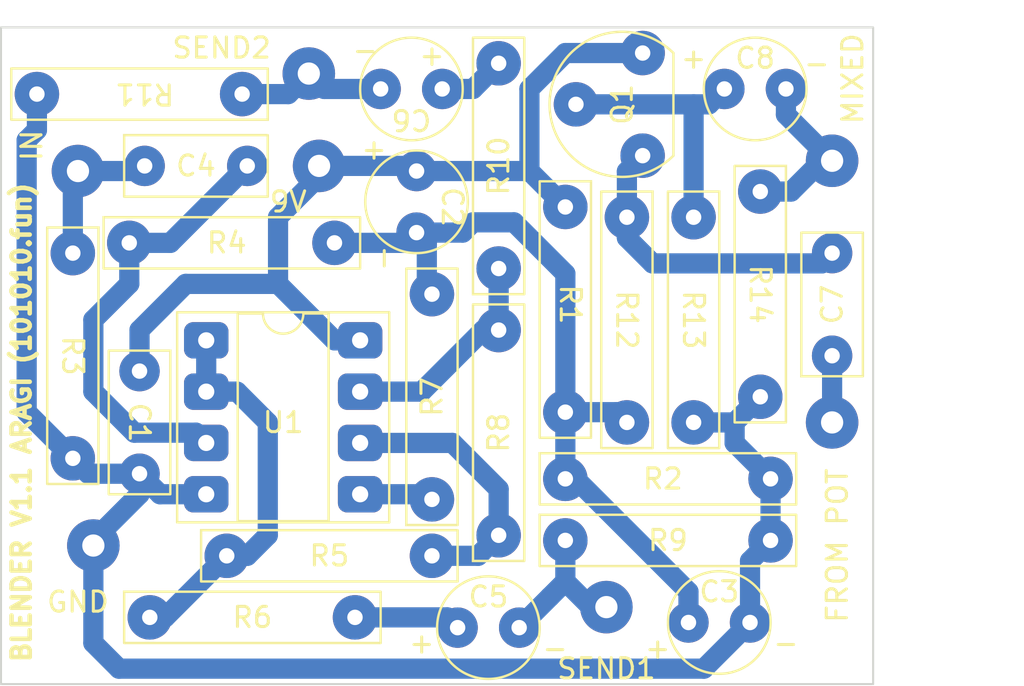
<source format=kicad_pcb>
(kicad_pcb (version 20211014) (generator pcbnew)
  (layers (0 "F.Cu" signal) (31 "B.Cu" signal) (34 "B.Paste" user) (35 "F.Paste" user) (36 "B.SilkS" user "B.Silkscreen") (37 "F.SilkS" user "F.Silkscreen") (38 "B.Mask" user) (39 "F.Mask" user) (44 "Edge.Cuts" user))
  (net 0 "")
  (net 1 "+9V")
  (net 2 "GND")
  (net 3 "Net-(C2-Pad2)")
  (net 4 "Net-(C4-Pad1)")
  (net 5 "Net-(C4-Pad2)")
  (net 6 "Net-(C5-Pad1)")
  (net 7 "Net-(C5-Pad2)")
  (net 8 "Net-(C6-Pad1)")
  (net 9 "Net-(J4-Pad1)")
  (net 10 "Net-(RV1-Pad2)")
  (net 11 "Net-(Q1-Pad1)")
  (net 12 "Net-(Q1-Pad2)")
  (net 13 "Net-(J6-Pad1)")
  (net 14 "Net-(R5-Pad1)")
  (net 15 "Net-(R8-Pad1)")
  (net 16 "Net-(R7-Pad1)")
  (net 17 "Net-(R8-Pad2)")
  (footprint "My_Parts:C_Poly_5mm" (layer "F.Cu") (at 196.85 81.28 90)
    (fp_text reference "C7" (at 0 0 90 unlocked) (layer "F.SilkS"))
    (fp_text value "0.1u")
    (fp_rect (start -3.556 -1.524) (end 3.556 1.524) (layer "F.SilkS") (width 0.12) (fill none))
    (pad "1" thru_hole circle (at -2.54 0 90) (size 2 2) (drill 0.762) (layers *.Cu *.Mask) (net 10 "Net-(RV1-Pad2)"))
    (pad "2" thru_hole circle (at 2.54 0 90) (size 2 2) (drill 0.762) (layers *.Cu *.Mask) (net 11 "Net-(Q1-Pad1)"))
  )
  (footprint "My_Parts:R_Normal" (layer "F.Cu") (at 167.132 78.232)
    (fp_text reference "R4" (at -0.254 0 unlocked) (layer "F.SilkS"))
    (fp_text value "2M2")
    (fp_rect (start -6.35 -1.27) (end 6.35 1.27) (layer "F.SilkS") (width 0.12) (fill none))
    (pad "1" thru_hole circle (at -5.08 0) (size 2.2 2.2) (drill 0.762) (layers *.Cu *.Mask) (net 5 "Net-(C4-Pad2)"))
    (pad "2" thru_hole circle (at 5.08 0) (size 2.2 2.2) (drill 0.762) (layers *.Cu *.Mask) (net 3 "Net-(C2-Pad2)"))
  )
  (footprint "My_Parts:CP_5mm" (layer "F.Cu") (at 193.04 70.612)
    (fp_text reference "C8" (at 0 -1.524 unlocked) (layer "F.SilkS"))
    (fp_text value "10u")
    (fp_text user "-" (at 3.048 -1.27 unlocked) (layer "F.SilkS"))
    (fp_text user "+" (at -3.048 -1.524 unlocked) (layer "F.SilkS"))
    (fp_circle (center 0 0) (end 2.54 0) (layer "F.SilkS") (width 0.12) (fill none))
    (pad "1" thru_hole circle (at -1.524 0) (size 2 2) (drill 0.762) (layers *.Cu *.Mask) (net 12 "Net-(Q1-Pad2)"))
    (pad "2" thru_hole circle (at 1.524 0) (size 2 2) (drill 0.762) (layers *.Cu *.Mask) (net 13 "Net-(J6-Pad1)"))
  )
  (footprint "My_Parts:R_Normal" (layer "F.Cu") (at 193.294 80.772 -90)
    (fp_text reference "R14" (at 0 0 -90 unlocked) (layer "F.SilkS"))
    (fp_text value "100k")
    (fp_rect (start -6.35 -1.27) (end 6.35 1.27) (layer "F.SilkS") (width 0.12) (fill none))
    (pad "1" thru_hole circle (at -5.08 0 270) (size 2.2 2.2) (drill 0.762) (layers *.Cu *.Mask) (net 13 "Net-(J6-Pad1)"))
    (pad "2" thru_hole circle (at 5.08 0 270) (size 2.2 2.2) (drill 0.762) (layers *.Cu *.Mask) (net 2 "GND"))
  )
  (footprint "My_Parts:R_Normal" (layer "F.Cu") (at 168.148 96.774)
    (fp_text reference "R6" (at 0 0 unlocked) (layer "F.SilkS"))
    (fp_text value "680")
    (fp_rect (start -6.35 -1.27) (end 6.35 1.27) (layer "F.SilkS") (width 0.12) (fill none))
    (pad "1" thru_hole circle (at -5.08 0) (size 2.2 2.2) (drill 0.762) (layers *.Cu *.Mask) (net 14 "Net-(R5-Pad1)"))
    (pad "2" thru_hole circle (at 5.08 0) (size 2.2 2.2) (drill 0.762) (layers *.Cu *.Mask) (net 6 "Net-(C5-Pad1)"))
  )
  (footprint "My_Parts:R_Normal" (layer "F.Cu") (at 189.992 82.042 -90)
    (fp_text reference "R13" (at 0 0 -90 unlocked) (layer "F.SilkS"))
    (fp_text value "3k3")
    (fp_rect (start -6.35 -1.27) (end 6.35 1.27) (layer "F.SilkS") (width 0.12) (fill none))
    (pad "1" thru_hole circle (at -5.08 0 270) (size 2.2 2.2) (drill 0.762) (layers *.Cu *.Mask) (net 12 "Net-(Q1-Pad2)"))
    (pad "2" thru_hole circle (at 5.08 0 270) (size 2.2 2.2) (drill 0.762) (layers *.Cu *.Mask) (net 2 "GND"))
  )
  (footprint "My_Parts:Header_Pin_1p" (layer "F.Cu") (at 159.512 74.676)
    (fp_text reference "J3" hide)
    (fp_text value "IN")
    (pad "1" thru_hole circle (at 0 0) (size 2.6 2.6) (drill 1.1) (layers *.Cu *.Mask) (net 4 "Net-(C4-Pad1)"))
  )
  (footprint "My_Parts:R_Normal" (layer "F.Cu") (at 188.722 89.916)
    (fp_text reference "R2" (at -0.254 0 unlocked) (layer "F.SilkS"))
    (fp_text value "10k")
    (fp_rect (start -6.35 -1.27) (end 6.35 1.27) (layer "F.SilkS") (width 0.12) (fill none))
    (pad "1" thru_hole circle (at -5.08 0) (size 2.2 2.2) (drill 0.762) (layers *.Cu *.Mask) (net 3 "Net-(C2-Pad2)"))
    (pad "2" thru_hole circle (at 5.08 0) (size 2.2 2.2) (drill 0.762) (layers *.Cu *.Mask) (net 2 "GND"))
  )
  (footprint "My_Parts:CP_5mm" (layer "F.Cu") (at 176.022 70.612 180)
    (fp_text reference "C6" (at 0 -1.524 180 unlocked) (layer "F.SilkS"))
    (fp_text value "10u")
    (fp_text user "-" (at 2.286 1.778 180 unlocked) (layer "F.SilkS"))
    (fp_text user "+" (at -1.016 1.524 180 unlocked) (layer "F.SilkS"))
    (fp_circle (center 0 0) (end 2.54 0) (layer "F.SilkS") (width 0.12) (fill none))
    (pad "1" thru_hole circle (at -1.524 0 180) (size 2 2) (drill 0.762) (layers *.Cu *.Mask) (net 8 "Net-(C6-Pad1)"))
    (pad "2" thru_hole circle (at 1.524 0 180) (size 2 2) (drill 0.762) (layers *.Cu *.Mask) (net 9 "Net-(J4-Pad1)"))
  )
  (footprint "My_Parts:R_Normal" (layer "F.Cu") (at 171.958 93.726)
    (fp_text reference "R5" (at 0 0 unlocked) (layer "F.SilkS"))
    (fp_text value "100k")
    (fp_rect (start -6.35 -1.27) (end 6.35 1.27) (layer "F.SilkS") (width 0.12) (fill none))
    (pad "1" thru_hole circle (at -5.08 0) (size 2.2 2.2) (drill 0.762) (layers *.Cu *.Mask) (net 14 "Net-(R5-Pad1)"))
    (pad "2" thru_hole circle (at 5.08 0) (size 2.2 2.2) (drill 0.762) (layers *.Cu *.Mask) (net 15 "Net-(R8-Pad1)"))
  )
  (footprint "My_Parts:R_Normal" (layer "F.Cu") (at 159.258 83.82 -90)
    (fp_text reference "R3" (at 0 0 -90 unlocked) (layer "F.SilkS"))
    (fp_text value "2M2")
    (fp_rect (start -6.35 -1.27) (end 6.35 1.27) (layer "F.SilkS") (width 0.12) (fill none))
    (pad "1" thru_hole circle (at -5.08 0 270) (size 2.2 2.2) (drill 0.762) (layers *.Cu *.Mask) (net 4 "Net-(C4-Pad1)"))
    (pad "2" thru_hole circle (at 5.08 0 270) (size 2.2 2.2) (drill 0.762) (layers *.Cu *.Mask) (net 2 "GND"))
  )
  (footprint "My_Parts:Header_Pin_1p" (layer "F.Cu") (at 185.674 96.266)
    (fp_text reference "J5" hide)
    (fp_text value "SEND NON-INVERTING")
    (pad "1" thru_hole circle (at 0 0) (size 2.6 2.6) (drill 1.1) (layers *.Cu *.Mask) (net 7 "Net-(C5-Pad2)"))
  )
  (footprint "My_Parts:R_Normal" (layer "F.Cu") (at 188.722 92.964)
    (fp_text reference "R9" (at 0 0 unlocked) (layer "F.SilkS"))
    (fp_text value "100k")
    (fp_rect (start -6.35 -1.27) (end 6.35 1.27) (layer "F.SilkS") (width 0.12) (fill none))
    (pad "1" thru_hole circle (at -5.08 0) (size 2.2 2.2) (drill 0.762) (layers *.Cu *.Mask) (net 7 "Net-(C5-Pad2)"))
    (pad "2" thru_hole circle (at 5.08 0) (size 2.2 2.2) (drill 0.762) (layers *.Cu *.Mask) (net 2 "GND"))
  )
  (footprint "My_Parts:CP_5mm" (layer "F.Cu") (at 179.832 97.282)
    (fp_text reference "C5" (at 0 -1.524 unlocked) (layer "F.SilkS"))
    (fp_text value "10u")
    (fp_text user "-" (at 3.302 1.016 unlocked) (layer "F.SilkS"))
    (fp_text user "+" (at -3.302 0.762 unlocked) (layer "F.SilkS"))
    (fp_circle (center 0 0) (end 2.54 0) (layer "F.SilkS") (width 0.12) (fill none))
    (pad "1" thru_hole circle (at -1.524 0) (size 2 2) (drill 0.762) (layers *.Cu *.Mask) (net 6 "Net-(C5-Pad1)"))
    (pad "2" thru_hole circle (at 1.524 0) (size 2 2) (drill 0.762) (layers *.Cu *.Mask) (net 7 "Net-(C5-Pad2)"))
  )
  (footprint "My_Parts:R_Normal" (layer "F.Cu") (at 177.038 85.852 90)
    (fp_text reference "R7" (at 0 0 90 unlocked) (layer "F.SilkS"))
    (fp_text value "47k")
    (fp_rect (start -6.35 -1.27) (end 6.35 1.27) (layer "F.SilkS") (width 0.12) (fill none))
    (pad "1" thru_hole circle (at -5.08 0 90) (size 2.2 2.2) (drill 0.762) (layers *.Cu *.Mask) (net 16 "Net-(R7-Pad1)"))
    (pad "2" thru_hole circle (at 5.08 0 90) (size 2.2 2.2) (drill 0.762) (layers *.Cu *.Mask) (net 3 "Net-(C2-Pad2)"))
  )
  (footprint "My_Parts:R_Normal" (layer "F.Cu") (at 162.56 70.866 180)
    (fp_text reference "R11" (at -0.254 0 180 unlocked) (layer "F.SilkS"))
    (fp_text value "100k")
    (fp_rect (start -6.35 -1.27) (end 6.35 1.27) (layer "F.SilkS") (width 0.12) (fill none))
    (pad "1" thru_hole circle (at -5.08 0 180) (size 2.2 2.2) (drill 0.762) (layers *.Cu *.Mask) (net 9 "Net-(J4-Pad1)"))
    (pad "2" thru_hole circle (at 5.08 0 180) (size 2.2 2.2) (drill 0.762) (layers *.Cu *.Mask) (net 2 "GND"))
  )
  (footprint "My_Parts:R_Normal" (layer "F.Cu") (at 180.34 74.422 90)
    (fp_text reference "R10" (at 0 0 90 unlocked) (layer "F.SilkS"))
    (fp_text value "680")
    (fp_rect (start -6.35 -1.27) (end 6.35 1.27) (layer "F.SilkS") (width 0.12) (fill none))
    (pad "1" thru_hole circle (at -5.08 0 90) (size 2.2 2.2) (drill 0.762) (layers *.Cu *.Mask) (net 17 "Net-(R8-Pad2)"))
    (pad "2" thru_hole circle (at 5.08 0 90) (size 2.2 2.2) (drill 0.762) (layers *.Cu *.Mask) (net 8 "Net-(C6-Pad1)"))
  )
  (footprint "My_Parts:Header_Pin_1p" (layer "F.Cu") (at 170.942 69.85)
    (fp_text reference "J4" hide)
    (fp_text value "SEND INVERSION")
    (pad "1" thru_hole circle (at 0 0) (size 2.6 2.6) (drill 1.1) (layers *.Cu *.Mask) (net 9 "Net-(J4-Pad1)"))
  )
  (footprint "My_Parts:Header_Pin_1p" (layer "F.Cu") (at 196.85 74.168)
    (fp_text reference "J6" hide)
    (fp_text value "MIXED OUT")
    (pad "1" thru_hole circle (at 0 0) (size 2.6 2.6) (drill 1.1) (layers *.Cu *.Mask) (net 13 "Net-(J6-Pad1)"))
  )
  (footprint "My_Parts:R_Normal" (layer "F.Cu") (at 183.642 81.534 -90)
    (fp_text reference "R1" (at -0.254 -0.254 -90 unlocked) (layer "F.SilkS"))
    (fp_text value "10k")
    (fp_rect (start -6.35 -1.27) (end 6.35 1.27) (layer "F.SilkS") (width 0.12) (fill none))
    (pad "1" thru_hole circle (at -5.08 0 270) (size 2.2 2.2) (drill 0.762) (layers *.Cu *.Mask) (net 1 "+9V"))
    (pad "2" thru_hole circle (at 5.08 0 270) (size 2.2 2.2) (drill 0.762) (layers *.Cu *.Mask) (net 3 "Net-(C2-Pad2)"))
  )
  (footprint "My_Parts:Header_Pin_1p" (layer "F.Cu") (at 196.85 87.122)
    (fp_text reference "J7" hide)
    (fp_text value "FROM POT")
    (pad "1" thru_hole circle (at 0 0) (size 2.6 2.6) (drill 1.1) (layers *.Cu *.Mask) (net 10 "Net-(RV1-Pad2)"))
  )
  (footprint "My_Parts:Header_Pin_1p" (layer "F.Cu") (at 160.274 93.218)
    (fp_text reference "J2" hide)
    (fp_text value "GND")
    (pad "1" thru_hole circle (at 0 0) (size 2.6 2.6) (drill 1.1) (layers *.Cu *.Mask) (net 2 "GND"))
  )
  (footprint "My_Parts:Header_Pin_1p" (layer "F.Cu") (at 171.45 74.422)
    (fp_text reference "J1" hide)
    (fp_text value "9V")
    (pad "1" thru_hole circle (at 0 0) (size 2.6 2.6) (drill 1.1) (layers *.Cu *.Mask) (net 1 "+9V"))
  )
  (footprint "My_Parts:FET_GSD" (layer "F.Cu") (at 186.4535 73.914 90)
    (fp_text reference "Q1" (at 2.54 0 90 unlocked) (layer "F.SilkS"))
    (fp_text value "2SK303")
    (fp_line (start 0 2.54) (end 5.08 2.54) (layer "F.SilkS") (width 0.12))
    (fp_arc (start 0 2.54) (mid 2.54 -3.592102) (end 5.08 2.54) (layer "F.SilkS") (width 0.12))
    (pad "1" thru_hole circle (at 0 1.016 90) (size 2.2 2.2) (drill 0.762) (layers *.Cu *.Mask) (net 11 "Net-(Q1-Pad1)"))
    (pad "2" thru_hole circle (at 2.54 -2.286 90) (size 2.2 2.2) (drill 0.762) (layers *.Cu *.Mask) (net 12 "Net-(Q1-Pad2)"))
    (pad "3" thru_hole circle (at 5.08 1.016 90) (size 2.2 2.2) (drill 0.762) (layers *.Cu *.Mask) (net 1 "+9V"))
  )
  (footprint "My_Parts:CP_5mm" (layer "F.Cu") (at 176.276 76.2 -90)
    (fp_text reference "C2" (at 0.254 -1.778 -90 unlocked) (layer "F.SilkS"))
    (fp_text value "10u")
    (fp_text user "-" (at 2.794 1.524 -90 unlocked) (layer "F.SilkS"))
    (fp_text user "+" (at -2.54 2.032 -90 unlocked) (layer "F.SilkS"))
    (fp_circle (center 0 0) (end 2.54 0) (layer "F.SilkS") (width 0.12) (fill none))
    (pad "1" thru_hole circle (at -1.524 0 270) (size 2 2) (drill 0.762) (layers *.Cu *.Mask) (net 1 "+9V"))
    (pad "2" thru_hole circle (at 1.524 0 270) (size 2 2) (drill 0.762) (layers *.Cu *.Mask) (net 3 "Net-(C2-Pad2)"))
  )
  (footprint "My_Parts:C_Poly_5mm" (layer "F.Cu") (at 165.354 74.422)
    (fp_text reference "C4" (at 0 0 unlocked) (layer "F.SilkS"))
    (fp_text value "0.1u")
    (fp_rect (start -3.556 -1.524) (end 3.556 1.524) (layer "F.SilkS") (width 0.12) (fill none))
    (pad "1" thru_hole circle (at -2.54 0) (size 2 2) (drill 0.762) (layers *.Cu *.Mask) (net 4 "Net-(C4-Pad1)"))
    (pad "2" thru_hole circle (at 2.54 0) (size 2 2) (drill 0.762) (layers *.Cu *.Mask) (net 5 "Net-(C4-Pad2)"))
  )
  (footprint "My_Parts:CP_5mm" (layer "F.Cu") (at 191.262 97.028)
    (fp_text reference "C3" (at 0 -1.524 unlocked) (layer "F.SilkS"))
    (fp_text value "10u")
    (fp_text user "-" (at 3.302 1.016 unlocked) (layer "F.SilkS"))
    (fp_text user "+" (at -3.048 1.27 unlocked) (layer "F.SilkS"))
    (fp_circle (center 0 0) (end 2.54 0) (layer "F.SilkS") (width 0.12) (fill none))
    (pad "1" thru_hole circle (at -1.524 0) (size 2 2) (drill 0.762) (layers *.Cu *.Mask) (net 3 "Net-(C2-Pad2)"))
    (pad "2" thru_hole circle (at 1.524 0) (size 2 2) (drill 0.762) (layers *.Cu *.Mask) (net 2 "GND"))
  )
  (footprint "My_Parts:DIP-8" (layer "F.Cu") (at 167.132 83.558)
    (fp_text reference "U1" (at 2.54 3.564) (layer "F.SilkS"))
    (fp_text value "TL072")
    (fp_line (start -2.71 8.51) (end 7.79 8.51) (layer "F.SilkS") (width 0.12))
    (fp_line (start 4.79 -1.83) (end 3.54 -1.83) (layer "F.SilkS") (width 0.12))
    (fp_line (start 7.79 8.51) (end 7.79 -1.89) (layer "F.SilkS") (width 0.12))
    (fp_line (start 4.79 8.45) (end 4.79 -1.83) (layer "F.SilkS") (width 0.12))
    (fp_line (start 0.29 8.45) (end 4.79 8.45) (layer "F.SilkS") (width 0.12))
    (fp_line (start -2.71 -1.89) (end -2.71 8.51) (layer "F.SilkS") (width 0.12))
    (fp_line (start 0.29 -1.83) (end 0.29 8.45) (layer "F.SilkS") (width 0.12))
    (fp_line (start 7.79 -1.89) (end -2.71 -1.89) (layer "F.SilkS") (width 0.12))
    (fp_line (start 1.54 -1.83) (end 0.29 -1.83) (layer "F.SilkS") (width 0.12))
    (fp_arc (start 3.54 -1.83) (mid 2.54 -0.83) (end 1.54 -1.83) (layer "F.SilkS") (width 0.12))
    (pad "1" thru_hole roundrect (at -1.27 -0.5) (size 2.2 1.8) (drill 0.8) (layers *.Cu *.Mask) (net 14 "Net-(R5-Pad1)"))
    (pad "2" thru_hole roundrect (at -1.27 2.04) (size 2.2 1.8) (drill 0.8) (layers *.Cu *.Mask) (net 14 "Net-(R5-Pad1)"))
    (pad "3" thru_hole roundrect (at -1.27 4.58) (size 2.2 1.8) (drill 0.8) (layers *.Cu *.Mask) (net 5 "Net-(C4-Pad2)"))
    (pad "4" thru_hole roundrect (at -1.27 7.12) (size 2.2 1.8) (drill 0.8) (layers *.Cu *.Mask) (net 2 "GND"))
    (pad "5" thru_hole roundrect (at 6.35 7.12) (size 2.2 1.8) (drill 0.8) (layers *.Cu *.Mask) (net 16 "Net-(R7-Pad1)"))
    (pad "6" thru_hole roundrect (at 6.35 4.58) (size 2.2 1.8) (drill 0.8) (layers *.Cu *.Mask) (net 15 "Net-(R8-Pad1)"))
    (pad "7" thru_hole roundrect (at 6.35 2.04) (size 2.2 1.8) (drill 0.8) (layers *.Cu *.Mask) (net 17 "Net-(R8-Pad2)"))
    (pad "8" thru_hole roundrect (at 6.35 -0.5) (size 2.2 1.8) (drill 0.8) (layers *.Cu *.Mask) (net 1 "+9V"))
  )
  (footprint "My_Parts:R_Normal" (layer "F.Cu") (at 186.69 82.042 -90)
    (fp_text reference "R12" (at 0 0 -90 unlocked) (layer "F.SilkS"))
    (fp_text value "1M")
    (fp_rect (start -6.35 -1.27) (end 6.35 1.27) (layer "F.SilkS") (width 0.12) (fill none))
    (pad "1" thru_hole circle (at -5.08 0 270) (size 2.2 2.2) (drill 0.762) (layers *.Cu *.Mask) (net 11 "Net-(Q1-Pad1)"))
    (pad "2" thru_hole circle (at 5.08 0 270) (size 2.2 2.2) (drill 0.762) (layers *.Cu *.Mask) (net 3 "Net-(C2-Pad2)"))
  )
  (footprint "My_Parts:C_Poly_5mm" (layer "F.Cu") (at 162.56 87.122 -90)
    (fp_text reference "C1" (at 0 0 -90 unlocked) (layer "F.SilkS"))
    (fp_text value "0.1u")
    (fp_rect (start -3.556 -1.524) (end 3.556 1.524) (layer "F.SilkS") (width 0.12) (fill none))
    (pad "1" thru_hole circle (at -2.54 0 270) (size 2 2) (drill 0.762) (layers *.Cu *.Mask) (net 1 "+9V"))
    (pad "2" thru_hole circle (at 2.54 0 270) (size 2 2) (drill 0.762) (layers *.Cu *.Mask) (net 2 "GND"))
  )
  (footprint "My_Parts:R_Normal" (layer "F.Cu") (at 180.34 87.63 90)
    (fp_text reference "R8" (at 0 0 90 unlocked) (layer "F.SilkS"))
    (fp_text value "100k")
    (fp_rect (start -6.35 -1.27) (end 6.35 1.27) (layer "F.SilkS") (width 0.12) (fill none))
    (pad "1" thru_hole circle (at -5.08 0 90) (size 2.2 2.2) (drill 0.762) (layers *.Cu *.Mask) (net 15 "Net-(R8-Pad1)"))
    (pad "2" thru_hole circle (at 5.08 0 90) (size 2.2 2.2) (drill 0.762) (layers *.Cu *.Mask) (net 17 "Net-(R8-Pad2)"))
  )
  (gr_rect (start 198.882 100.076) (end 155.702 67.564) (layer "Edge.Cuts") (width 0.1) (fill none))
  (gr_text "FROM POT" (at 197.104 93.218 90) (layer "F.SilkS") (effects (font (size 1 1))))
  (gr_text "MIXED" (at 197.866 70.104 90) (layer "F.SilkS") (effects (font (size 1 1))))
  (gr_text "9V" (at 169.926 76.2) (layer "F.SilkS") (effects (font (size 1 1))))
  (gr_text "SEND2" (at 166.624 68.58) (layer "F.SilkS") (effects (font (size 1 1))))
  (gr_text "GND" (at 159.512 96.012) (layer "F.SilkS") (effects (font (size 1 1))))
  (gr_text "IN" (at 157.226 73.406 90) (layer "F.SilkS") (effects (font (size 1 1))))
  (gr_text "SEND1" (at 185.674 99.314) (layer "F.SilkS") (effects (font (size 1 1))))
  (gr_text "BLENDER V1.1 ARAGI (101010.fun)" (at 156.718 87.122 90) (layer "F.SilkS") (effects (font (size 0.9 0.9) (thickness 0.225))))
  (segment (start 162.56 82.55) (end 164.846 80.264) (width 1) (layer "B.Cu") (net 1))
  (segment (start 176.276 74.676) (end 181.864 74.676) (width 1) (layer "B.Cu") (net 1))
  (segment (start 183.642 68.834) (end 181.864 70.612) (width 1) (layer "B.Cu") (net 1))
  (segment (start 171.45 74.422) (end 176.022 74.422) (width 1) (layer "B.Cu") (net 1))
  (segment (start 181.864 74.676) (end 183.642 76.454) (width 1) (layer "B.Cu") (net 1))
  (segment (start 169.418 76.962) (end 169.418 80.264) (width 1) (layer "B.Cu") (net 1))
  (segment (start 187.4695 68.834) (end 183.642 68.834) (width 1) (layer "B.Cu") (net 1))
  (segment (start 164.846 80.264) (end 169.418 80.264) (width 1) (layer "B.Cu") (net 1))
  (segment (start 171.45 74.93) (end 169.418 76.962) (width 1) (layer "B.Cu") (net 1))
  (segment (start 171.45 74.422) (end 171.45 74.93) (width 1) (layer "B.Cu") (net 1))
  (segment (start 181.864 70.612) (end 181.864 74.676) (width 1) (layer "B.Cu") (net 1))
  (segment (start 176.022 74.422) (end 176.276 74.676) (width 1) (layer "B.Cu") (net 1))
  (segment (start 172.212 83.058) (end 173.482 83.058) (width 1) (layer "B.Cu") (net 1))
  (segment (start 162.56 84.582) (end 162.56 82.55) (width 1) (layer "B.Cu") (net 1))
  (segment (start 169.418 80.264) (end 172.212 83.058) (width 1) (layer "B.Cu") (net 1))
  (segment (start 160.274 92.964) (end 160.274 93.218) (width 1) (layer "B.Cu") (net 2))
  (segment (start 192.786 93.98) (end 193.802 92.964) (width 1) (layer "B.Cu") (net 2))
  (segment (start 156.972 86.614) (end 159.258 88.9) (width 1) (layer "B.Cu") (net 2))
  (segment (start 190.5 99.314) (end 192.786 97.028) (width 1) (layer "B.Cu") (net 2))
  (segment (start 165.608 90.424) (end 165.862 90.678) (width 1.2) (layer "B.Cu") (net 2))
  (segment (start 156.972 73.152) (end 156.972 86.614) (width 1) (layer "B.Cu") (net 2))
  (segment (start 157.48 72.644) (end 156.972 73.152) (width 1) (layer "B.Cu") (net 2))
  (segment (start 192.024 87.122) (end 193.294 85.852) (width 1) (layer "B.Cu") (net 2))
  (segment (start 160.02 89.662) (end 162.56 89.662) (width 1) (layer "B.Cu") (net 2))
  (segment (start 162.56 89.662) (end 163.576 90.678) (width 1) (layer "B.Cu") (net 2))
  (segment (start 192.024 87.122) (end 192.024 88.138) (width 1) (layer "B.Cu") (net 2))
  (segment (start 193.802 89.916) (end 193.802 92.964) (width 1) (layer "B.Cu") (net 2))
  (segment (start 192.786 97.028) (end 192.786 93.98) (width 1) (layer "B.Cu") (net 2))
  (segment (start 160.274 93.218) (end 160.274 98.044) (width 1) (layer "B.Cu") (net 2))
  (segment (start 157.48 70.866) (end 157.48 72.644) (width 1) (layer "B.Cu") (net 2))
  (segment (start 192.024 88.138) (end 193.802 89.916) (width 1) (layer "B.Cu") (net 2))
  (segment (start 159.258 88.9) (end 160.02 89.662) (width 1) (layer "B.Cu") (net 2))
  (segment (start 163.576 90.678) (end 165.862 90.678) (width 1) (layer "B.Cu") (net 2))
  (segment (start 189.992 87.122) (end 192.024 87.122) (width 1) (layer "B.Cu") (net 2))
  (segment (start 162.56 90.678) (end 160.274 92.964) (width 1) (layer "B.Cu") (net 2))
  (segment (start 160.274 98.044) (end 161.544 99.314) (width 1) (layer "B.Cu") (net 2))
  (segment (start 161.544 99.314) (end 190.5 99.314) (width 1) (layer "B.Cu") (net 2))
  (segment (start 162.56 89.662) (end 162.56 90.678) (width 1) (layer "B.Cu") (net 2))
  (segment (start 165.608 90.932) (end 165.862 90.678) (width 1.2) (layer "B.Cu") (net 2))
  (segment (start 176.784 80.518) (end 177.038 80.772) (width 1) (layer "B.Cu") (net 3))
  (segment (start 179.07 77.216) (end 178.562 77.724) (width 1) (layer "B.Cu") (net 3))
  (segment (start 175.768 78.232) (end 176.276 77.724) (width 1) (layer "B.Cu") (net 3))
  (segment (start 183.642 86.614) (end 186.182 86.614) (width 1) (layer "B.Cu") (net 3))
  (segment (start 176.276 77.724) (end 176.784 78.232) (width 1) (layer "B.Cu") (net 3))
  (segment (start 178.562 77.724) (end 176.276 77.724) (width 1) (layer "B.Cu") (net 3))
  (segment (start 189.738 95.504) (end 189.738 97.028) (width 1) (layer "B.Cu") (net 3))
  (segment (start 183.642 89.154) (end 183.642 79.756) (width 1) (layer "B.Cu") (net 3))
  (segment (start 183.642 89.916) (end 184.15 89.916) (width 1) (layer "B.Cu") (net 3))
  (segment (start 184.15 89.916) (end 189.738 95.504) (width 1) (layer "B.Cu") (net 3))
  (segment (start 183.642 79.756) (end 181.102 77.216) (width 1) (layer "B.Cu") (net 3))
  (segment (start 181.102 77.216) (end 179.07 77.216) (width 1) (layer "B.Cu") (net 3))
  (segment (start 172.212 78.232) (end 175.768 78.232) (width 1) (layer "B.Cu") (net 3))
  (segment (start 186.182 86.614) (end 186.69 87.122) (width 1) (layer "B.Cu") (net 3))
  (segment (start 176.784 78.232) (end 176.784 80.518) (width 1) (layer "B.Cu") (net 3))
  (segment (start 159.512 74.676) (end 162.56 74.676) (width 1) (layer "B.Cu") (net 4))
  (segment (start 162.56 74.676) (end 162.814 74.422) (width 1) (layer "B.Cu") (net 4))
  (segment (start 159.258 75.184) (end 160.02 74.422) (width 1.2) (layer "B.Cu") (net 4))
  (segment (start 159.258 74.93) (end 159.512 74.676) (width 1) (layer "B.Cu") (net 4))
  (segment (start 159.258 78.74) (end 159.258 74.93) (width 1) (layer "B.Cu") (net 4))
  (segment (start 162.052 78.232) (end 162.052 80.264) (width 1) (layer "B.Cu") (net 5))
  (segment (start 160.274 82.042) (end 160.274 85.598) (width 1) (layer "B.Cu") (net 5))
  (segment (start 162.052 78.232) (end 164.084 78.232) (width 1) (layer "B.Cu") (net 5))
  (segment (start 165.608 88.392) (end 165.862 88.138) (width 1.2) (layer "B.Cu") (net 5))
  (segment (start 164.084 78.232) (end 167.894 74.422) (width 1) (layer "B.Cu") (net 5))
  (segment (start 160.274 85.598) (end 162.306 87.63) (width 1) (layer "B.Cu") (net 5))
  (segment (start 162.052 80.264) (end 160.274 82.042) (width 1) (layer "B.Cu") (net 5))
  (segment (start 162.306 87.63) (end 165.354 87.63) (width 1) (layer "B.Cu") (net 5))
  (segment (start 165.354 87.63) (end 165.862 88.138) (width 1) (layer "B.Cu") (net 5))
  (segment (start 177.8 96.774) (end 178.308 97.282) (width 1) (layer "B.Cu") (net 6))
  (segment (start 173.228 96.774) (end 177.8 96.774) (width 1) (layer "B.Cu") (net 6))
  (segment (start 183.642 92.964) (end 183.642 94.996) (width 1) (layer "B.Cu") (net 7))
  (segment (start 182.88 95.758) (end 181.356 97.282) (width 1) (layer "B.Cu") (net 7))
  (segment (start 184.912 96.266) (end 183.642 94.996) (width 1) (layer "B.Cu") (net 7))
  (segment (start 183.642 94.996) (end 182.88 95.758) (width 1) (layer "B.Cu") (net 7))
  (segment (start 185.674 96.266) (end 184.912 96.266) (width 1) (layer "B.Cu") (net 7))
  (segment (start 177.546 70.612) (end 179.07 70.612) (width 1) (layer "B.Cu") (net 8))
  (segment (start 179.07 70.612) (end 180.34 69.342) (width 1) (layer "B.Cu") (net 8))
  (segment (start 174.498 70.612) (end 171.704 70.612) (width 1) (layer "B.Cu") (net 9))
  (segment (start 169.926 70.866) (end 170.942 69.85) (width 1) (layer "B.Cu") (net 9))
  (segment (start 171.704 70.612) (end 170.942 69.85) (width 1) (layer "B.Cu") (net 9))
  (segment (start 167.64 70.866) (end 169.926 70.866) (width 1) (layer "B.Cu") (net 9))
  (segment (start 196.85 83.82) (end 196.85 87.122) (width 1) (layer "B.Cu") (net 10))
  (segment (start 186.69 77.978) (end 187.96 79.248) (width 1) (layer "B.Cu") (net 11))
  (segment (start 187.96 79.248) (end 196.342 79.248) (width 1) (layer "B.Cu") (net 11))
  (segment (start 186.69 76.962) (end 186.69 77.978) (width 1) (layer "B.Cu") (net 11))
  (segment (start 187.4695 73.914) (end 186.69 74.6935) (width 1) (layer "B.Cu") (net 11))
  (segment (start 196.342 79.248) (end 196.85 78.74) (width 1) (layer "B.Cu") (net 11))
  (segment (start 186.69 74.6935) (end 186.69 76.962) (width 1) (layer "B.Cu") (net 11))
  (segment (start 184.1675 71.374) (end 190.754 71.374) (width 1) (layer "B.Cu") (net 12))
  (segment (start 190.754 71.374) (end 191.516 70.612) (width 1) (layer "B.Cu") (net 12))
  (segment (start 189.992 71.374) (end 189.992 76.962) (width 1) (layer "B.Cu") (net 12))
  (segment (start 193.294 75.692) (end 194.818 75.692) (width 1) (layer "B.Cu") (net 13))
  (segment (start 194.564 71.882) (end 196.85 74.168) (width 1) (layer "B.Cu") (net 13))
  (segment (start 196.342 74.168) (end 196.85 74.168) (width 1) (layer "B.Cu") (net 13))
  (segment (start 194.818 75.692) (end 196.342 74.168) (width 1) (layer "B.Cu") (net 13))
  (segment (start 194.564 70.612) (end 194.564 71.882) (width 1) (layer "B.Cu") (net 13))
  (segment (start 165.608 85.344) (end 165.862 85.598) (width 1.2) (layer "B.Cu") (net 14))
  (segment (start 167.386 85.598) (end 168.91 87.122) (width 1) (layer "B.Cu") (net 14))
  (segment (start 165.862 83.058) (end 165.862 85.598) (width 1) (layer "B.Cu") (net 14))
  (segment (start 168.91 87.122) (end 168.91 92.71) (width 1) (layer "B.Cu") (net 14))
  (segment (start 165.862 85.598) (end 167.386 85.598) (width 1) (layer "B.Cu") (net 14))
  (segment (start 167.894 93.726) (end 166.878 93.726) (width 1) (layer "B.Cu") (net 14))
  (segment (start 163.83 96.774) (end 166.878 93.726) (width 1) (layer "B.Cu") (net 14))
  (segment (start 163.068 96.774) (end 163.83 96.774) (width 1) (layer "B.Cu") (net 14))
  (segment (start 168.91 92.71) (end 167.894 93.726) (width 1) (layer "B.Cu") (net 14))
  (segment (start 179.324 93.726) (end 180.34 92.71) (width 1) (layer "B.Cu") (net 15))
  (segment (start 178.054 88.138) (end 180.34 90.424) (width 1) (layer "B.Cu") (net 15))
  (segment (start 173.482 88.138) (end 178.054 88.138) (width 1) (layer "B.Cu") (net 15))
  (segment (start 180.34 90.424) (end 180.34 92.71) (width 1) (layer "B.Cu") (net 15))
  (segment (start 177.038 93.726) (end 179.324 93.726) (width 1) (layer "B.Cu") (net 15))
  (segment (start 173.482 90.678) (end 176.784 90.678) (width 1) (layer "B.Cu") (net 16))
  (segment (start 176.784 90.678) (end 177.038 90.932) (width 1) (layer "B.Cu") (net 16))
  (segment (start 180.34 82.55) (end 180.34 79.502) (width 1) (layer "B.Cu") (net 17))
  (segment (start 173.482 85.598) (end 176.53 85.598) (width 1) (layer "B.Cu") (net 17))
  (segment (start 179.578 82.55) (end 180.34 82.55) (width 1) (layer "B.Cu") (net 17))
  (segment (start 176.53 85.598) (end 179.578 82.55) (width 1) (layer "B.Cu") (net 17))
)
</source>
